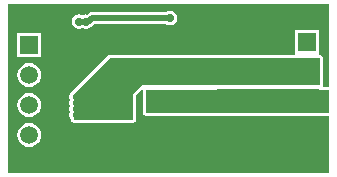
<source format=gbl>
G04*
G04 #@! TF.GenerationSoftware,Altium Limited,Altium NEXUS,1.1.6 (48)*
G04*
G04 Layer_Physical_Order=2*
G04 Layer_Color=16711680*
%FSLAX25Y25*%
%MOIN*%
G70*
G01*
G75*
%ADD30C,0.05906*%
%ADD31R,0.05906X0.05906*%
%ADD32C,0.02756*%
%ADD33C,0.01968*%
G36*
X107087Y55905D02*
X107087D01*
Y29079D01*
X107087Y29079D01*
Y28579D01*
X105324D01*
X104946Y29079D01*
X104957Y29134D01*
X104957Y38189D01*
X104879Y38579D01*
X104658Y38910D01*
X104327Y39131D01*
X103937Y39209D01*
X103691D01*
X103539Y39709D01*
Y47551D01*
X95634D01*
Y39709D01*
X95634Y39646D01*
X95482Y39209D01*
X33858Y39209D01*
X33468Y39131D01*
X33137Y38910D01*
X21326Y27099D01*
X21266Y27009D01*
X21120Y26911D01*
X20595Y26125D01*
X20410Y25197D01*
X20595Y24269D01*
X20632Y24213D01*
X20595Y24156D01*
X20410Y23228D01*
X20595Y22300D01*
X20632Y22244D01*
X20595Y22188D01*
X20410Y21260D01*
X20595Y20332D01*
X20632Y20276D01*
X20595Y20219D01*
X20410Y19291D01*
X20595Y18363D01*
X21028Y17715D01*
X21105Y17326D01*
X21326Y16996D01*
X21657Y16774D01*
X22047Y16697D01*
X41732D01*
X42122Y16774D01*
X42453Y16996D01*
X42674Y17326D01*
X42752Y17717D01*
X42752Y25956D01*
X44578Y27782D01*
X45001Y27579D01*
X45043Y27540D01*
Y20079D01*
X45121Y19689D01*
X45342Y19358D01*
X45673Y19137D01*
X46063Y19059D01*
X107087D01*
D01*
X107087Y19059D01*
Y4845D01*
X107087Y452D01*
X107087Y452D01*
Y0D01*
X0D01*
Y55905D01*
X87D01*
Y56098D01*
X107087D01*
Y55905D01*
D02*
G37*
G36*
X103543Y27953D02*
Y27559D01*
X107087D01*
Y20079D01*
X46063D01*
Y27559D01*
X69291D01*
X69685Y27953D01*
X103543Y27953D01*
D02*
G37*
G36*
X103937Y29134D02*
X44488D01*
X41732Y26378D01*
X41732Y17717D01*
X22047D01*
X22047Y26378D01*
X33858Y38189D01*
X103937Y38189D01*
X103937Y29134D01*
D02*
G37*
%LPC*%
G36*
X53937Y53999D02*
X53009Y53815D01*
X52685Y53598D01*
X27953D01*
X27178Y53444D01*
X26522Y53005D01*
X26277Y52760D01*
X25984Y52818D01*
X25056Y52634D01*
X24803Y52464D01*
X24550Y52634D01*
X23622Y52818D01*
X22694Y52634D01*
X21908Y52108D01*
X21382Y51322D01*
X21197Y50394D01*
X21382Y49466D01*
X21908Y48679D01*
X22694Y48154D01*
X23622Y47969D01*
X24550Y48154D01*
X24803Y48323D01*
X25056Y48154D01*
X25984Y47969D01*
X26912Y48154D01*
X27434Y48502D01*
X27546Y48525D01*
X28202Y48963D01*
X28791Y49552D01*
X52685D01*
X53009Y49335D01*
X53937Y49150D01*
X54865Y49335D01*
X55651Y49860D01*
X56177Y50647D01*
X56362Y51575D01*
X56177Y52503D01*
X55651Y53289D01*
X54865Y53815D01*
X53937Y53999D01*
D02*
G37*
G36*
X11039Y46551D02*
X3134D01*
Y38646D01*
X11039D01*
Y46551D01*
D02*
G37*
G36*
X7087Y36585D02*
X6055Y36449D01*
X5093Y36051D01*
X4267Y35418D01*
X3634Y34592D01*
X3236Y33630D01*
X3100Y32598D01*
X3236Y31567D01*
X3634Y30605D01*
X4267Y29779D01*
X5093Y29146D01*
X6055Y28747D01*
X7087Y28612D01*
X8118Y28747D01*
X9080Y29146D01*
X9906Y29779D01*
X10539Y30605D01*
X10938Y31567D01*
X11073Y32598D01*
X10938Y33630D01*
X10539Y34592D01*
X9906Y35418D01*
X9080Y36051D01*
X8118Y36449D01*
X7087Y36585D01*
D02*
G37*
G36*
Y26585D02*
X6055Y26449D01*
X5093Y26051D01*
X4267Y25418D01*
X3634Y24592D01*
X3236Y23630D01*
X3100Y22598D01*
X3236Y21567D01*
X3634Y20605D01*
X4267Y19779D01*
X5093Y19146D01*
X6055Y18747D01*
X7087Y18612D01*
X8118Y18747D01*
X9080Y19146D01*
X9906Y19779D01*
X10539Y20605D01*
X10938Y21567D01*
X11073Y22598D01*
X10938Y23630D01*
X10539Y24592D01*
X9906Y25418D01*
X9080Y26051D01*
X8118Y26449D01*
X7087Y26585D01*
D02*
G37*
G36*
Y16585D02*
X6055Y16449D01*
X5093Y16051D01*
X4267Y15418D01*
X3634Y14592D01*
X3236Y13630D01*
X3100Y12598D01*
X3236Y11567D01*
X3634Y10605D01*
X4267Y9779D01*
X5093Y9146D01*
X6055Y8747D01*
X7087Y8612D01*
X8118Y8747D01*
X9080Y9146D01*
X9906Y9779D01*
X10539Y10605D01*
X10938Y11567D01*
X11073Y12598D01*
X10938Y13630D01*
X10539Y14592D01*
X9906Y15418D01*
X9080Y16051D01*
X8118Y16449D01*
X7087Y16585D01*
D02*
G37*
%LPD*%
D30*
X99587Y13598D02*
D03*
Y23598D02*
D03*
Y33598D02*
D03*
X7087Y12598D02*
D03*
Y22598D02*
D03*
Y32598D02*
D03*
D31*
X99587Y43598D02*
D03*
X7087Y42598D02*
D03*
D32*
X50787Y26181D02*
D03*
X48819D02*
D03*
X50787Y21654D02*
D03*
X52756D02*
D03*
Y26181D02*
D03*
X23622Y50394D02*
D03*
X25984D02*
D03*
X66984Y52362D02*
D03*
X48819Y21654D02*
D03*
X22835Y19291D02*
D03*
X23622Y39764D02*
D03*
X22835Y25197D02*
D03*
Y21260D02*
D03*
Y23228D02*
D03*
X23622Y32677D02*
D03*
Y34252D02*
D03*
Y36220D02*
D03*
Y37795D02*
D03*
X53937Y51575D02*
D03*
D33*
X23622Y50394D02*
X25984D01*
X26772D02*
X27953Y51575D01*
X25984Y50394D02*
X26772D01*
X27953Y51575D02*
X53937D01*
M02*

</source>
